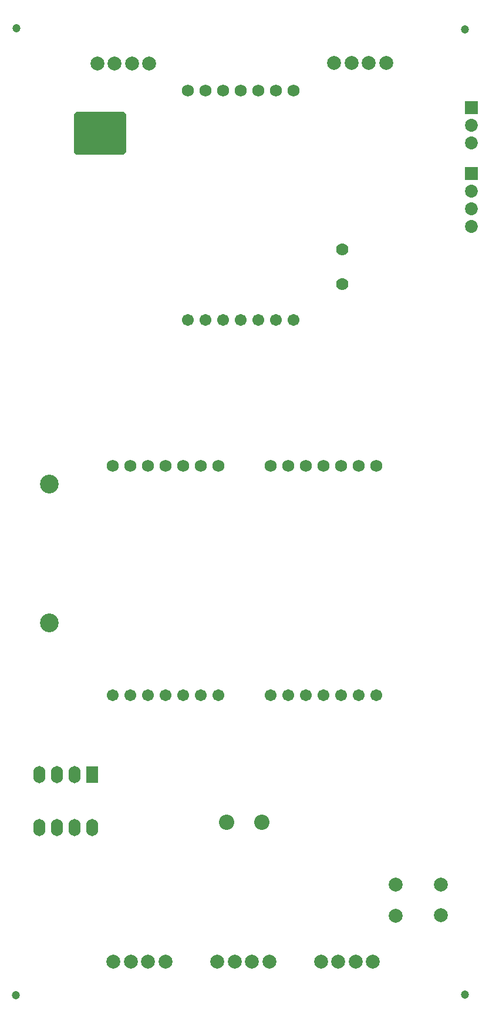
<source format=gbs>
G04*
G04 #@! TF.GenerationSoftware,Altium Limited,Altium Designer,18.1.11 (251)*
G04*
G04 Layer_Color=16711935*
%FSTAX24Y24*%
%MOIN*%
G70*
G01*
G75*
%ADD51C,0.0474*%
%ADD60C,0.1064*%
%ADD61C,0.0789*%
%ADD62O,0.0680X0.0980*%
%ADD63R,0.0680X0.0980*%
%ADD64C,0.0789*%
%ADD65C,0.0700*%
%ADD66R,0.0730X0.0730*%
%ADD67C,0.0730*%
%ADD68C,0.0680*%
%ADD69C,0.0671*%
%ADD70C,0.0867*%
G36*
X09826Y11695D02*
Y1148D01*
X09811Y11465D01*
X09542Y11465D01*
X09529Y11478D01*
X09529Y11693D01*
X09544Y11708D01*
X09813D01*
X09826Y11695D01*
D02*
G37*
D51*
X1175Y06705D02*
D03*
X092Y067D02*
D03*
X09205Y1218D02*
D03*
X1175Y12175D02*
D03*
D60*
X09391Y095978D02*
D03*
Y088102D02*
D03*
D61*
X113026Y119833D02*
D03*
X112042D02*
D03*
X111058D02*
D03*
X110074D02*
D03*
X099572Y1198D02*
D03*
X098588D02*
D03*
X097604D02*
D03*
X096619D02*
D03*
X103437Y0689D02*
D03*
X104421D02*
D03*
X105406D02*
D03*
X10639D02*
D03*
X097543D02*
D03*
X098527D02*
D03*
X099511D02*
D03*
X100496D02*
D03*
X112284Y0689D02*
D03*
X1113D02*
D03*
X110316D02*
D03*
X109331D02*
D03*
D62*
X09332Y07651D02*
D03*
X09432D02*
D03*
X09532D02*
D03*
X09632D02*
D03*
X09332Y07951D02*
D03*
X09432D02*
D03*
X09532D02*
D03*
D63*
X09632D02*
D03*
D64*
X11612Y073295D02*
D03*
Y071535D02*
D03*
X11357Y071525D02*
D03*
X11356Y073295D02*
D03*
D65*
X11053Y10731D02*
D03*
Y109279D02*
D03*
D66*
X11786Y11732D02*
D03*
Y11358D02*
D03*
D67*
Y11632D02*
D03*
Y11532D02*
D03*
Y11058D02*
D03*
Y11158D02*
D03*
Y11258D02*
D03*
D68*
X10178Y118272D02*
D03*
X10278D02*
D03*
X10378D02*
D03*
X10478D02*
D03*
X10578D02*
D03*
X10678D02*
D03*
X10778D02*
D03*
X097496Y097028D02*
D03*
X098496D02*
D03*
X099496D02*
D03*
X100496D02*
D03*
X101496D02*
D03*
X102496D02*
D03*
X103496D02*
D03*
X106457D02*
D03*
X107457D02*
D03*
X108457D02*
D03*
X109457D02*
D03*
X110457D02*
D03*
X111457D02*
D03*
X112457D02*
D03*
D69*
X10778Y105272D02*
D03*
X10678D02*
D03*
X10578D02*
D03*
X10478D02*
D03*
X10378D02*
D03*
X10278D02*
D03*
X10178D02*
D03*
X103496Y084028D02*
D03*
X102496D02*
D03*
X101496D02*
D03*
X100496D02*
D03*
X099496D02*
D03*
X098496D02*
D03*
X097496D02*
D03*
X112457D02*
D03*
X111457D02*
D03*
X110457D02*
D03*
X109457D02*
D03*
X108457D02*
D03*
X107457D02*
D03*
X106457D02*
D03*
D70*
X105976Y076827D02*
D03*
X103976D02*
D03*
M02*

</source>
